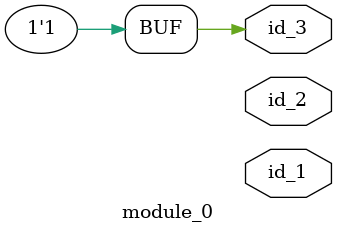
<source format=v>
module module_0 (
    id_1,
    id_2,
    id_3
);
  output id_3;
  output id_2;
  output id_1;
  reg id_3;
  initial
    #1 begin
      id_3 <= 1;
    end
endmodule

</source>
